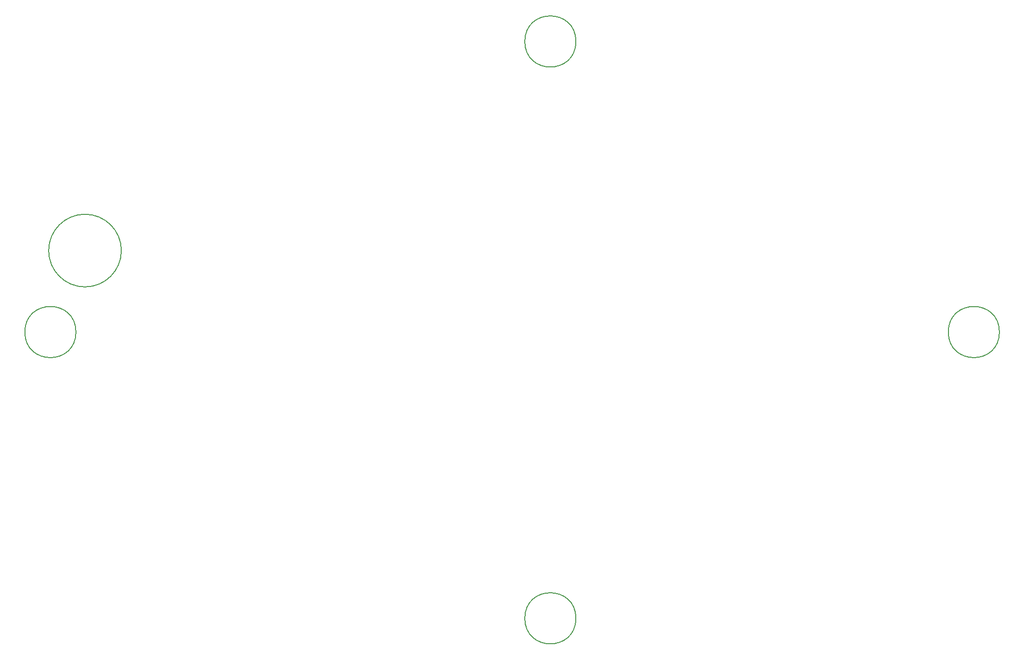
<source format=gbr>
%TF.GenerationSoftware,KiCad,Pcbnew,7.0.1*%
%TF.CreationDate,2023-08-25T12:13:54-06:00*%
%TF.ProjectId,UFC_Main,5546435f-4d61-4696-9e2e-6b696361645f,rev?*%
%TF.SameCoordinates,Original*%
%TF.FileFunction,Other,Comment*%
%FSLAX46Y46*%
G04 Gerber Fmt 4.6, Leading zero omitted, Abs format (unit mm)*
G04 Created by KiCad (PCBNEW 7.0.1) date 2023-08-25 12:13:54*
%MOMM*%
%LPD*%
G01*
G04 APERTURE LIST*
%ADD10C,0.150000*%
G04 APERTURE END LIST*
D10*
%TO.C,MK1*%
X95445560Y105569200D02*
G75*
G03*
X95445560Y105569200I-4500000J0D01*
G01*
%TO.C,MK2*%
X169994560Y54388200D02*
G75*
G03*
X169994560Y54388200I-4500000J0D01*
G01*
%TO.C,MK3*%
X95445560Y3969200D02*
G75*
G03*
X95445560Y3969200I-4500000J0D01*
G01*
%TO.C,MK4*%
X7434560Y54388200D02*
G75*
G03*
X7434560Y54388200I-4500000J0D01*
G01*
%TO.C,MK5*%
X15430560Y68739200D02*
G75*
G03*
X15430560Y68739200I-6400000J0D01*
G01*
%TD*%
M02*

</source>
